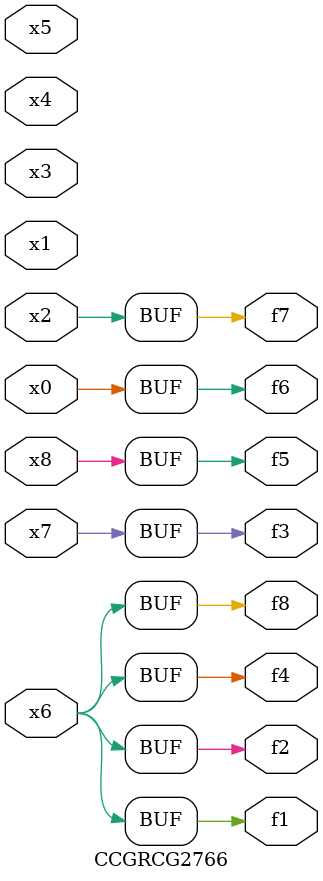
<source format=v>
module CCGRCG2766(
	input x0, x1, x2, x3, x4, x5, x6, x7, x8,
	output f1, f2, f3, f4, f5, f6, f7, f8
);
	assign f1 = x6;
	assign f2 = x6;
	assign f3 = x7;
	assign f4 = x6;
	assign f5 = x8;
	assign f6 = x0;
	assign f7 = x2;
	assign f8 = x6;
endmodule

</source>
